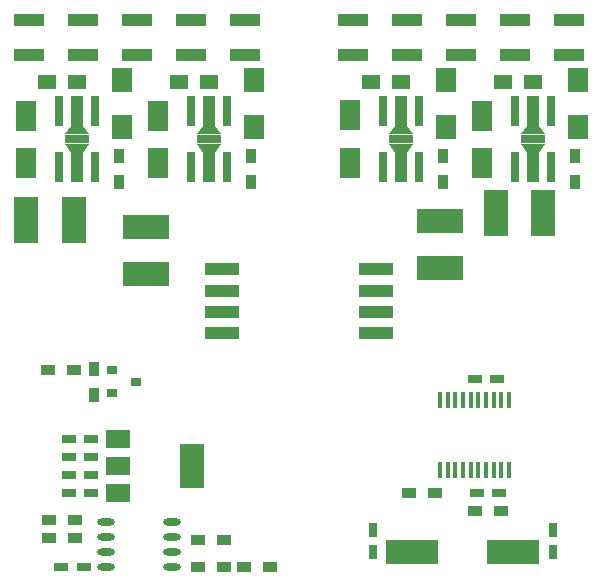
<source format=gtp>
G04 #@! TF.GenerationSoftware,KiCad,Pcbnew,(2017-05-12 revision b823d0b78)-makepkg*
G04 #@! TF.CreationDate,2017-06-18T22:17:58+02:00*
G04 #@! TF.ProjectId,led_pixel_stm32f030,6C65645F706978656C5F73746D333266,1.1*
G04 #@! TF.FileFunction,Paste,Top*
G04 #@! TF.FilePolarity,Positive*
%FSLAX46Y46*%
G04 Gerber Fmt 4.6, Leading zero omitted, Abs format (unit mm)*
G04 Created by KiCad (PCBNEW (2017-05-12 revision b823d0b78)-makepkg) date 06/18/17 22:17:58*
%MOMM*%
%LPD*%
G01*
G04 APERTURE LIST*
%ADD10C,0.100000*%
%ADD11R,3.000000X1.000000*%
%ADD12R,2.000000X4.000000*%
%ADD13R,0.900000X0.800000*%
%ADD14R,1.200000X0.750000*%
%ADD15R,0.750000X1.200000*%
%ADD16R,1.500000X1.250000*%
%ADD17R,1.800000X2.500000*%
%ADD18R,4.000000X2.000000*%
%ADD19R,1.200000X0.900000*%
%ADD20R,0.900000X1.200000*%
%ADD21R,1.700000X2.000000*%
%ADD22R,0.450000X1.450000*%
%ADD23O,1.473200X0.609600*%
%ADD24R,2.000000X1.500000*%
%ADD25R,2.000000X3.800000*%
%ADD26C,0.750000*%
%ADD27R,0.700000X2.500000*%
%ADD28R,1.000000X2.500000*%
%ADD29R,2.000000X0.800000*%
%ADD30R,4.500000X2.000000*%
%ADD31R,2.500000X1.000000*%
G04 APERTURE END LIST*
D10*
D11*
X156500000Y-99100000D03*
X143500000Y-99100000D03*
X156500000Y-97300000D03*
X156500000Y-100900000D03*
X156500000Y-102700000D03*
X143500000Y-102700000D03*
X143500000Y-100900000D03*
X143500000Y-97300000D03*
D12*
X130918000Y-93142000D03*
X126918000Y-93142000D03*
D13*
X136166400Y-106807200D03*
X134166400Y-107757200D03*
X134166400Y-105857200D03*
D14*
X129873000Y-122479000D03*
X131773000Y-122479000D03*
X164861200Y-106603800D03*
X166761200Y-106603800D03*
X166954500Y-116256000D03*
X165054500Y-116256000D03*
D15*
X156223000Y-119370000D03*
X156223000Y-121270000D03*
X171463000Y-121270000D03*
X171463000Y-119370000D03*
D14*
X132408000Y-114732000D03*
X130508000Y-114732000D03*
X130508000Y-116256000D03*
X132408000Y-116256000D03*
X130508000Y-113208000D03*
X132408000Y-113208000D03*
X132408000Y-111684000D03*
X130508000Y-111684000D03*
D16*
X169792000Y-81458000D03*
X167292000Y-81458000D03*
X142360000Y-81458000D03*
X139860000Y-81458000D03*
X156116000Y-81458000D03*
X158616000Y-81458000D03*
X131184000Y-81458000D03*
X128684000Y-81458000D03*
D17*
X165494000Y-84284000D03*
X165494000Y-88284000D03*
X138062000Y-88284000D03*
X138062000Y-84284000D03*
X154318000Y-88258600D03*
X154318000Y-84258600D03*
X126886000Y-84284000D03*
X126886000Y-88284000D03*
D12*
X166669000Y-92507000D03*
X170669000Y-92507000D03*
D18*
X137046000Y-97682000D03*
X137046000Y-93682000D03*
X161938000Y-93174000D03*
X161938000Y-97174000D03*
D19*
X159314000Y-116256000D03*
X161514000Y-116256000D03*
X141407000Y-120193000D03*
X143607000Y-120193000D03*
X130932400Y-105791200D03*
X128732400Y-105791200D03*
D20*
X132626400Y-105707200D03*
X132626400Y-107907200D03*
D19*
X143607000Y-122479000D03*
X141407000Y-122479000D03*
X128834000Y-120066000D03*
X131034000Y-120066000D03*
X145344000Y-122479000D03*
X147544000Y-122479000D03*
X128834000Y-118542000D03*
X131034000Y-118542000D03*
D21*
X173622000Y-85236000D03*
X173622000Y-81236000D03*
X146190000Y-81236000D03*
X146190000Y-85236000D03*
X162446000Y-81236000D03*
X162446000Y-85236000D03*
X135014000Y-85236000D03*
X135014000Y-81236000D03*
D20*
X173368000Y-87724000D03*
X173368000Y-89924000D03*
X145936000Y-87724000D03*
X145936000Y-89924000D03*
X162192000Y-89924000D03*
X162192000Y-87724000D03*
X134760000Y-89924000D03*
X134760000Y-87724000D03*
D22*
X161934000Y-108353000D03*
X162584000Y-108353000D03*
X163234000Y-108353000D03*
X163884000Y-108353000D03*
X164534000Y-108353000D03*
X165184000Y-108353000D03*
X165834000Y-108353000D03*
X166484000Y-108353000D03*
X167134000Y-108353000D03*
X167784000Y-108353000D03*
X167784000Y-114253000D03*
X167134000Y-114253000D03*
X166484000Y-114253000D03*
X165834000Y-114253000D03*
X165184000Y-114253000D03*
X164534000Y-114253000D03*
X163884000Y-114253000D03*
X163234000Y-114253000D03*
X162584000Y-114253000D03*
X161934000Y-114253000D03*
D23*
X133617000Y-122479000D03*
X133617000Y-121209000D03*
X133617000Y-119939000D03*
X133617000Y-118669000D03*
X139205000Y-118669000D03*
X139205000Y-119939000D03*
X139205000Y-121209000D03*
X139205000Y-122479000D03*
D24*
X134658000Y-111670000D03*
X134658000Y-116270000D03*
X134658000Y-113970000D03*
D25*
X140958000Y-113970000D03*
D26*
X169812000Y-85504000D03*
D10*
G36*
X168812000Y-85879000D02*
X169312000Y-85129000D01*
X170312000Y-85129000D01*
X170812000Y-85879000D01*
X168812000Y-85879000D01*
X168812000Y-85879000D01*
G37*
D27*
X168312000Y-83934000D03*
X171312000Y-83934000D03*
X168312000Y-88634000D03*
D28*
X169812000Y-88634000D03*
D27*
X171312000Y-88634000D03*
D28*
X169812000Y-83934000D03*
D26*
X169812000Y-87064000D03*
D10*
G36*
X170812000Y-86689000D02*
X170312000Y-87439000D01*
X169312000Y-87439000D01*
X168812000Y-86689000D01*
X170812000Y-86689000D01*
X170812000Y-86689000D01*
G37*
D29*
X169812000Y-86284000D03*
D26*
X142380000Y-85504000D03*
D10*
G36*
X141380000Y-85879000D02*
X141880000Y-85129000D01*
X142880000Y-85129000D01*
X143380000Y-85879000D01*
X141380000Y-85879000D01*
X141380000Y-85879000D01*
G37*
D27*
X140880000Y-83934000D03*
X143880000Y-83934000D03*
X140880000Y-88634000D03*
D28*
X142380000Y-88634000D03*
D27*
X143880000Y-88634000D03*
D28*
X142380000Y-83934000D03*
D26*
X142380000Y-87064000D03*
D10*
G36*
X143380000Y-86689000D02*
X142880000Y-87439000D01*
X141880000Y-87439000D01*
X141380000Y-86689000D01*
X143380000Y-86689000D01*
X143380000Y-86689000D01*
G37*
D29*
X142380000Y-86284000D03*
D26*
X158636000Y-85504000D03*
D10*
G36*
X157636000Y-85879000D02*
X158136000Y-85129000D01*
X159136000Y-85129000D01*
X159636000Y-85879000D01*
X157636000Y-85879000D01*
X157636000Y-85879000D01*
G37*
D27*
X157136000Y-83934000D03*
X160136000Y-83934000D03*
X157136000Y-88634000D03*
D28*
X158636000Y-88634000D03*
D27*
X160136000Y-88634000D03*
D28*
X158636000Y-83934000D03*
D26*
X158636000Y-87064000D03*
D10*
G36*
X159636000Y-86689000D02*
X159136000Y-87439000D01*
X158136000Y-87439000D01*
X157636000Y-86689000D01*
X159636000Y-86689000D01*
X159636000Y-86689000D01*
G37*
D29*
X158636000Y-86284000D03*
D26*
X131204000Y-85504000D03*
D10*
G36*
X130204000Y-85879000D02*
X130704000Y-85129000D01*
X131704000Y-85129000D01*
X132204000Y-85879000D01*
X130204000Y-85879000D01*
X130204000Y-85879000D01*
G37*
D27*
X129704000Y-83934000D03*
X132704000Y-83934000D03*
X129704000Y-88634000D03*
D28*
X131204000Y-88634000D03*
D27*
X132704000Y-88634000D03*
D28*
X131204000Y-83934000D03*
D26*
X131204000Y-87064000D03*
D10*
G36*
X132204000Y-86689000D02*
X131704000Y-87439000D01*
X130704000Y-87439000D01*
X130204000Y-86689000D01*
X132204000Y-86689000D01*
X132204000Y-86689000D01*
G37*
D29*
X131204000Y-86284000D03*
D30*
X168093000Y-121209000D03*
X159593000Y-121209000D03*
D19*
X164902000Y-117780000D03*
X167102000Y-117780000D03*
D31*
X127140000Y-79148000D03*
X127140000Y-76148000D03*
X131712000Y-76148000D03*
X131712000Y-79148000D03*
X136284000Y-76148000D03*
X136284000Y-79148000D03*
X140856000Y-76148000D03*
X140856000Y-79148000D03*
X145428000Y-76148000D03*
X145428000Y-79148000D03*
X154572000Y-79148000D03*
X154572000Y-76148000D03*
X159144000Y-79148000D03*
X159144000Y-76148000D03*
X163716000Y-79148000D03*
X163716000Y-76148000D03*
X168288000Y-79148000D03*
X168288000Y-76148000D03*
X172860000Y-76148000D03*
X172860000Y-79148000D03*
M02*

</source>
